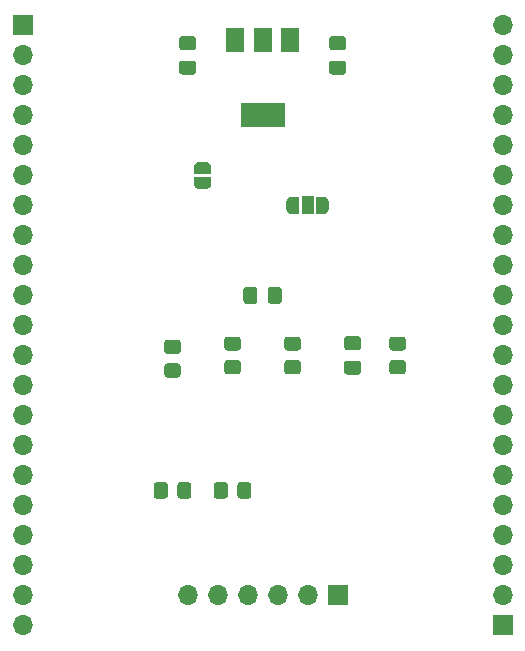
<source format=gbr>
G04 #@! TF.GenerationSoftware,KiCad,Pcbnew,(5.1.9)-1*
G04 #@! TF.CreationDate,2021-03-06T13:20:15+01:00*
G04 #@! TF.ProjectId,Jennic JN5148-001-M04 breakout,4a656e6e-6963-4204-9a4e-353134382d30,rev?*
G04 #@! TF.SameCoordinates,Original*
G04 #@! TF.FileFunction,Soldermask,Bot*
G04 #@! TF.FilePolarity,Negative*
%FSLAX46Y46*%
G04 Gerber Fmt 4.6, Leading zero omitted, Abs format (unit mm)*
G04 Created by KiCad (PCBNEW (5.1.9)-1) date 2021-03-06 13:20:15*
%MOMM*%
%LPD*%
G01*
G04 APERTURE LIST*
%ADD10O,1.700000X1.700000*%
%ADD11R,1.700000X1.700000*%
%ADD12R,1.500000X2.000000*%
%ADD13R,3.800000X2.000000*%
%ADD14C,0.100000*%
%ADD15R,1.000000X1.500000*%
G04 APERTURE END LIST*
G36*
G01*
X145230000Y-99535000D02*
X145230000Y-98585000D01*
G75*
G02*
X145480000Y-98335000I250000J0D01*
G01*
X146155000Y-98335000D01*
G75*
G02*
X146405000Y-98585000I0J-250000D01*
G01*
X146405000Y-99535000D01*
G75*
G02*
X146155000Y-99785000I-250000J0D01*
G01*
X145480000Y-99785000D01*
G75*
G02*
X145230000Y-99535000I0J250000D01*
G01*
G37*
G36*
G01*
X143155000Y-99535000D02*
X143155000Y-98585000D01*
G75*
G02*
X143405000Y-98335000I250000J0D01*
G01*
X144080000Y-98335000D01*
G75*
G02*
X144330000Y-98585000I0J-250000D01*
G01*
X144330000Y-99535000D01*
G75*
G02*
X144080000Y-99785000I-250000J0D01*
G01*
X143405000Y-99785000D01*
G75*
G02*
X143155000Y-99535000I0J250000D01*
G01*
G37*
D10*
X165100000Y-76200000D03*
X165100000Y-78740000D03*
X165100000Y-81280000D03*
X165100000Y-83820000D03*
X165100000Y-86360000D03*
X165100000Y-88900000D03*
X165100000Y-91440000D03*
X165100000Y-93980000D03*
X165100000Y-96520000D03*
X165100000Y-99060000D03*
X165100000Y-101600000D03*
X165100000Y-104140000D03*
X165100000Y-106680000D03*
X165100000Y-109220000D03*
X165100000Y-111760000D03*
X165100000Y-114300000D03*
X165100000Y-116840000D03*
X165100000Y-119380000D03*
X165100000Y-121920000D03*
X165100000Y-124460000D03*
D11*
X165100000Y-127000000D03*
D10*
X124460000Y-127000000D03*
X124460000Y-124460000D03*
X124460000Y-121920000D03*
X124460000Y-119380000D03*
X124460000Y-116840000D03*
X124460000Y-114300000D03*
X124460000Y-111760000D03*
X124460000Y-109220000D03*
X124460000Y-106680000D03*
X124460000Y-104140000D03*
X124460000Y-101600000D03*
X124460000Y-99060000D03*
X124460000Y-96520000D03*
X124460000Y-93980000D03*
X124460000Y-91440000D03*
X124460000Y-88900000D03*
X124460000Y-86360000D03*
X124460000Y-83820000D03*
X124460000Y-81280000D03*
X124460000Y-78740000D03*
D11*
X124460000Y-76200000D03*
D12*
X142480000Y-77470000D03*
X147080000Y-77470000D03*
X144780000Y-77470000D03*
D13*
X144780000Y-83770000D03*
G36*
G01*
X142640000Y-116020001D02*
X142640000Y-115119999D01*
G75*
G02*
X142889999Y-114870000I249999J0D01*
G01*
X143590001Y-114870000D01*
G75*
G02*
X143840000Y-115119999I0J-249999D01*
G01*
X143840000Y-116020001D01*
G75*
G02*
X143590001Y-116270000I-249999J0D01*
G01*
X142889999Y-116270000D01*
G75*
G02*
X142640000Y-116020001I0J249999D01*
G01*
G37*
G36*
G01*
X140640000Y-116020001D02*
X140640000Y-115119999D01*
G75*
G02*
X140889999Y-114870000I249999J0D01*
G01*
X141590001Y-114870000D01*
G75*
G02*
X141840000Y-115119999I0J-249999D01*
G01*
X141840000Y-116020001D01*
G75*
G02*
X141590001Y-116270000I-249999J0D01*
G01*
X140889999Y-116270000D01*
G75*
G02*
X140640000Y-116020001I0J249999D01*
G01*
G37*
G36*
G01*
X137560000Y-116020001D02*
X137560000Y-115119999D01*
G75*
G02*
X137809999Y-114870000I249999J0D01*
G01*
X138510001Y-114870000D01*
G75*
G02*
X138760000Y-115119999I0J-249999D01*
G01*
X138760000Y-116020001D01*
G75*
G02*
X138510001Y-116270000I-249999J0D01*
G01*
X137809999Y-116270000D01*
G75*
G02*
X137560000Y-116020001I0J249999D01*
G01*
G37*
G36*
G01*
X135560000Y-116020001D02*
X135560000Y-115119999D01*
G75*
G02*
X135809999Y-114870000I249999J0D01*
G01*
X136510001Y-114870000D01*
G75*
G02*
X136760000Y-115119999I0J-249999D01*
G01*
X136760000Y-116020001D01*
G75*
G02*
X136510001Y-116270000I-249999J0D01*
G01*
X135809999Y-116270000D01*
G75*
G02*
X135560000Y-116020001I0J249999D01*
G01*
G37*
G36*
G01*
X142690001Y-103740000D02*
X141789999Y-103740000D01*
G75*
G02*
X141540000Y-103490001I0J249999D01*
G01*
X141540000Y-102789999D01*
G75*
G02*
X141789999Y-102540000I249999J0D01*
G01*
X142690001Y-102540000D01*
G75*
G02*
X142940000Y-102789999I0J-249999D01*
G01*
X142940000Y-103490001D01*
G75*
G02*
X142690001Y-103740000I-249999J0D01*
G01*
G37*
G36*
G01*
X142690001Y-105740000D02*
X141789999Y-105740000D01*
G75*
G02*
X141540000Y-105490001I0J249999D01*
G01*
X141540000Y-104789999D01*
G75*
G02*
X141789999Y-104540000I249999J0D01*
G01*
X142690001Y-104540000D01*
G75*
G02*
X142940000Y-104789999I0J-249999D01*
G01*
X142940000Y-105490001D01*
G75*
G02*
X142690001Y-105740000I-249999J0D01*
G01*
G37*
G36*
G01*
X137610001Y-104010000D02*
X136709999Y-104010000D01*
G75*
G02*
X136460000Y-103760001I0J249999D01*
G01*
X136460000Y-103059999D01*
G75*
G02*
X136709999Y-102810000I249999J0D01*
G01*
X137610001Y-102810000D01*
G75*
G02*
X137860000Y-103059999I0J-249999D01*
G01*
X137860000Y-103760001D01*
G75*
G02*
X137610001Y-104010000I-249999J0D01*
G01*
G37*
G36*
G01*
X137610001Y-106010000D02*
X136709999Y-106010000D01*
G75*
G02*
X136460000Y-105760001I0J249999D01*
G01*
X136460000Y-105059999D01*
G75*
G02*
X136709999Y-104810000I249999J0D01*
G01*
X137610001Y-104810000D01*
G75*
G02*
X137860000Y-105059999I0J-249999D01*
G01*
X137860000Y-105760001D01*
G75*
G02*
X137610001Y-106010000I-249999J0D01*
G01*
G37*
D10*
X138430000Y-124460000D03*
X140970000Y-124460000D03*
X143510000Y-124460000D03*
X146050000Y-124460000D03*
X148590000Y-124460000D03*
D11*
X151130000Y-124460000D03*
G36*
G01*
X137955000Y-79190000D02*
X138905000Y-79190000D01*
G75*
G02*
X139155000Y-79440000I0J-250000D01*
G01*
X139155000Y-80115000D01*
G75*
G02*
X138905000Y-80365000I-250000J0D01*
G01*
X137955000Y-80365000D01*
G75*
G02*
X137705000Y-80115000I0J250000D01*
G01*
X137705000Y-79440000D01*
G75*
G02*
X137955000Y-79190000I250000J0D01*
G01*
G37*
G36*
G01*
X137955000Y-77115000D02*
X138905000Y-77115000D01*
G75*
G02*
X139155000Y-77365000I0J-250000D01*
G01*
X139155000Y-78040000D01*
G75*
G02*
X138905000Y-78290000I-250000J0D01*
G01*
X137955000Y-78290000D01*
G75*
G02*
X137705000Y-78040000I0J250000D01*
G01*
X137705000Y-77365000D01*
G75*
G02*
X137955000Y-77115000I250000J0D01*
G01*
G37*
G36*
G01*
X150655000Y-79190000D02*
X151605000Y-79190000D01*
G75*
G02*
X151855000Y-79440000I0J-250000D01*
G01*
X151855000Y-80115000D01*
G75*
G02*
X151605000Y-80365000I-250000J0D01*
G01*
X150655000Y-80365000D01*
G75*
G02*
X150405000Y-80115000I0J250000D01*
G01*
X150405000Y-79440000D01*
G75*
G02*
X150655000Y-79190000I250000J0D01*
G01*
G37*
G36*
G01*
X150655000Y-77115000D02*
X151605000Y-77115000D01*
G75*
G02*
X151855000Y-77365000I0J-250000D01*
G01*
X151855000Y-78040000D01*
G75*
G02*
X151605000Y-78290000I-250000J0D01*
G01*
X150655000Y-78290000D01*
G75*
G02*
X150405000Y-78040000I0J250000D01*
G01*
X150405000Y-77365000D01*
G75*
G02*
X150655000Y-77115000I250000J0D01*
G01*
G37*
G36*
G01*
X147770001Y-103740000D02*
X146869999Y-103740000D01*
G75*
G02*
X146620000Y-103490001I0J249999D01*
G01*
X146620000Y-102789999D01*
G75*
G02*
X146869999Y-102540000I249999J0D01*
G01*
X147770001Y-102540000D01*
G75*
G02*
X148020000Y-102789999I0J-249999D01*
G01*
X148020000Y-103490001D01*
G75*
G02*
X147770001Y-103740000I-249999J0D01*
G01*
G37*
G36*
G01*
X147770001Y-105740000D02*
X146869999Y-105740000D01*
G75*
G02*
X146620000Y-105490001I0J249999D01*
G01*
X146620000Y-104789999D01*
G75*
G02*
X146869999Y-104540000I249999J0D01*
G01*
X147770001Y-104540000D01*
G75*
G02*
X148020000Y-104789999I0J-249999D01*
G01*
X148020000Y-105490001D01*
G75*
G02*
X147770001Y-105740000I-249999J0D01*
G01*
G37*
G36*
G01*
X156660001Y-103740000D02*
X155759999Y-103740000D01*
G75*
G02*
X155510000Y-103490001I0J249999D01*
G01*
X155510000Y-102789999D01*
G75*
G02*
X155759999Y-102540000I249999J0D01*
G01*
X156660001Y-102540000D01*
G75*
G02*
X156910000Y-102789999I0J-249999D01*
G01*
X156910000Y-103490001D01*
G75*
G02*
X156660001Y-103740000I-249999J0D01*
G01*
G37*
G36*
G01*
X156660001Y-105740000D02*
X155759999Y-105740000D01*
G75*
G02*
X155510000Y-105490001I0J249999D01*
G01*
X155510000Y-104789999D01*
G75*
G02*
X155759999Y-104540000I249999J0D01*
G01*
X156660001Y-104540000D01*
G75*
G02*
X156910000Y-104789999I0J-249999D01*
G01*
X156910000Y-105490001D01*
G75*
G02*
X156660001Y-105740000I-249999J0D01*
G01*
G37*
G36*
G01*
X151925000Y-104590000D02*
X152875000Y-104590000D01*
G75*
G02*
X153125000Y-104840000I0J-250000D01*
G01*
X153125000Y-105515000D01*
G75*
G02*
X152875000Y-105765000I-250000J0D01*
G01*
X151925000Y-105765000D01*
G75*
G02*
X151675000Y-105515000I0J250000D01*
G01*
X151675000Y-104840000D01*
G75*
G02*
X151925000Y-104590000I250000J0D01*
G01*
G37*
G36*
G01*
X151925000Y-102515000D02*
X152875000Y-102515000D01*
G75*
G02*
X153125000Y-102765000I0J-250000D01*
G01*
X153125000Y-103440000D01*
G75*
G02*
X152875000Y-103690000I-250000J0D01*
G01*
X151925000Y-103690000D01*
G75*
G02*
X151675000Y-103440000I0J250000D01*
G01*
X151675000Y-102765000D01*
G75*
G02*
X151925000Y-102515000I250000J0D01*
G01*
G37*
D14*
G36*
X147840000Y-92190000D02*
G01*
X147290000Y-92190000D01*
X147290000Y-92189398D01*
X147265466Y-92189398D01*
X147216635Y-92184588D01*
X147168510Y-92175016D01*
X147121555Y-92160772D01*
X147076222Y-92141995D01*
X147032949Y-92118864D01*
X146992150Y-92091604D01*
X146954221Y-92060476D01*
X146919524Y-92025779D01*
X146888396Y-91987850D01*
X146861136Y-91947051D01*
X146838005Y-91903778D01*
X146819228Y-91858445D01*
X146804984Y-91811490D01*
X146795412Y-91763365D01*
X146790602Y-91714534D01*
X146790602Y-91690000D01*
X146790000Y-91690000D01*
X146790000Y-91190000D01*
X146790602Y-91190000D01*
X146790602Y-91165466D01*
X146795412Y-91116635D01*
X146804984Y-91068510D01*
X146819228Y-91021555D01*
X146838005Y-90976222D01*
X146861136Y-90932949D01*
X146888396Y-90892150D01*
X146919524Y-90854221D01*
X146954221Y-90819524D01*
X146992150Y-90788396D01*
X147032949Y-90761136D01*
X147076222Y-90738005D01*
X147121555Y-90719228D01*
X147168510Y-90704984D01*
X147216635Y-90695412D01*
X147265466Y-90690602D01*
X147290000Y-90690602D01*
X147290000Y-90690000D01*
X147840000Y-90690000D01*
X147840000Y-92190000D01*
G37*
D15*
X148590000Y-91440000D03*
D14*
G36*
X149890000Y-90690602D02*
G01*
X149914534Y-90690602D01*
X149963365Y-90695412D01*
X150011490Y-90704984D01*
X150058445Y-90719228D01*
X150103778Y-90738005D01*
X150147051Y-90761136D01*
X150187850Y-90788396D01*
X150225779Y-90819524D01*
X150260476Y-90854221D01*
X150291604Y-90892150D01*
X150318864Y-90932949D01*
X150341995Y-90976222D01*
X150360772Y-91021555D01*
X150375016Y-91068510D01*
X150384588Y-91116635D01*
X150389398Y-91165466D01*
X150389398Y-91190000D01*
X150390000Y-91190000D01*
X150390000Y-91690000D01*
X150389398Y-91690000D01*
X150389398Y-91714534D01*
X150384588Y-91763365D01*
X150375016Y-91811490D01*
X150360772Y-91858445D01*
X150341995Y-91903778D01*
X150318864Y-91947051D01*
X150291604Y-91987850D01*
X150260476Y-92025779D01*
X150225779Y-92060476D01*
X150187850Y-92091604D01*
X150147051Y-92118864D01*
X150103778Y-92141995D01*
X150058445Y-92160772D01*
X150011490Y-92175016D01*
X149963365Y-92184588D01*
X149914534Y-92189398D01*
X149890000Y-92189398D01*
X149890000Y-92190000D01*
X149340000Y-92190000D01*
X149340000Y-90690000D01*
X149890000Y-90690000D01*
X149890000Y-90690602D01*
G37*
G36*
X138950000Y-88750000D02*
G01*
X138950000Y-88250000D01*
X138950602Y-88250000D01*
X138950602Y-88225466D01*
X138955412Y-88176635D01*
X138964984Y-88128510D01*
X138979228Y-88081555D01*
X138998005Y-88036222D01*
X139021136Y-87992949D01*
X139048396Y-87952150D01*
X139079524Y-87914221D01*
X139114221Y-87879524D01*
X139152150Y-87848396D01*
X139192949Y-87821136D01*
X139236222Y-87798005D01*
X139281555Y-87779228D01*
X139328510Y-87764984D01*
X139376635Y-87755412D01*
X139425466Y-87750602D01*
X139450000Y-87750602D01*
X139450000Y-87750000D01*
X139950000Y-87750000D01*
X139950000Y-87750602D01*
X139974534Y-87750602D01*
X140023365Y-87755412D01*
X140071490Y-87764984D01*
X140118445Y-87779228D01*
X140163778Y-87798005D01*
X140207051Y-87821136D01*
X140247850Y-87848396D01*
X140285779Y-87879524D01*
X140320476Y-87914221D01*
X140351604Y-87952150D01*
X140378864Y-87992949D01*
X140401995Y-88036222D01*
X140420772Y-88081555D01*
X140435016Y-88128510D01*
X140444588Y-88176635D01*
X140449398Y-88225466D01*
X140449398Y-88250000D01*
X140450000Y-88250000D01*
X140450000Y-88750000D01*
X138950000Y-88750000D01*
G37*
G36*
X140449398Y-89550000D02*
G01*
X140449398Y-89574534D01*
X140444588Y-89623365D01*
X140435016Y-89671490D01*
X140420772Y-89718445D01*
X140401995Y-89763778D01*
X140378864Y-89807051D01*
X140351604Y-89847850D01*
X140320476Y-89885779D01*
X140285779Y-89920476D01*
X140247850Y-89951604D01*
X140207051Y-89978864D01*
X140163778Y-90001995D01*
X140118445Y-90020772D01*
X140071490Y-90035016D01*
X140023365Y-90044588D01*
X139974534Y-90049398D01*
X139950000Y-90049398D01*
X139950000Y-90050000D01*
X139450000Y-90050000D01*
X139450000Y-90049398D01*
X139425466Y-90049398D01*
X139376635Y-90044588D01*
X139328510Y-90035016D01*
X139281555Y-90020772D01*
X139236222Y-90001995D01*
X139192949Y-89978864D01*
X139152150Y-89951604D01*
X139114221Y-89920476D01*
X139079524Y-89885779D01*
X139048396Y-89847850D01*
X139021136Y-89807051D01*
X138998005Y-89763778D01*
X138979228Y-89718445D01*
X138964984Y-89671490D01*
X138955412Y-89623365D01*
X138950602Y-89574534D01*
X138950602Y-89550000D01*
X138950000Y-89550000D01*
X138950000Y-89050000D01*
X140450000Y-89050000D01*
X140450000Y-89550000D01*
X140449398Y-89550000D01*
G37*
M02*

</source>
